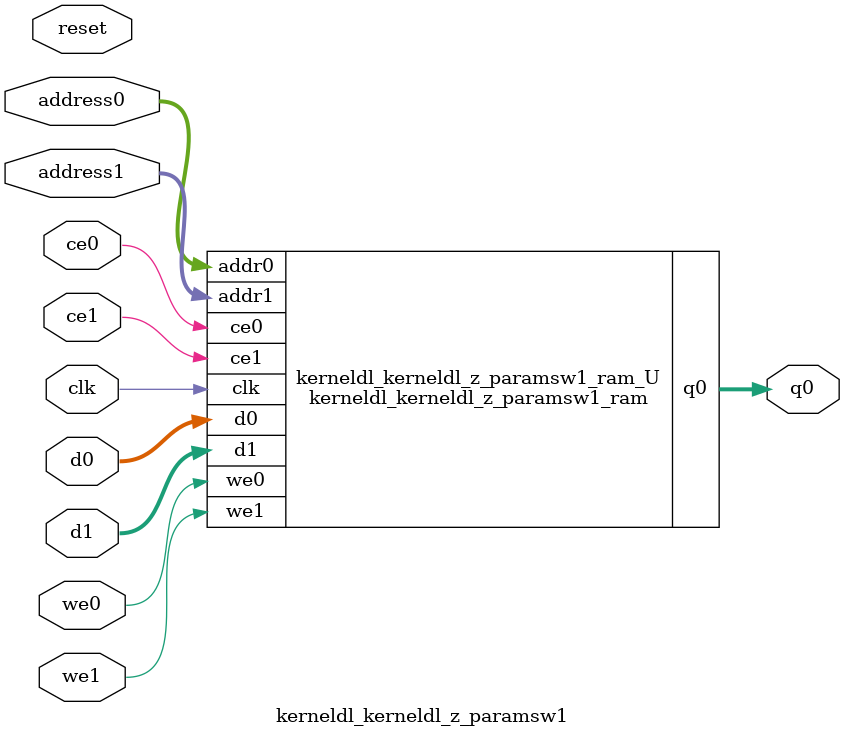
<source format=v>
`timescale 1 ns / 1 ps
module kerneldl_kerneldl_z_paramsw1_ram (addr0, ce0, d0, we0, q0, addr1, ce1, d1, we1,  clk);

parameter DWIDTH = 32;
parameter AWIDTH = 16;
parameter MEM_SIZE = 33280;

input[AWIDTH-1:0] addr0;
input ce0;
input[DWIDTH-1:0] d0;
input we0;
output reg[DWIDTH-1:0] q0;
input[AWIDTH-1:0] addr1;
input ce1;
input[DWIDTH-1:0] d1;
input we1;
input clk;

(* ram_style = "block" *)reg [DWIDTH-1:0] ram[0:MEM_SIZE-1];




always @(posedge clk)  
begin 
    if (ce0) 
    begin
        if (we0) 
        begin 
            ram[addr0] <= d0; 
        end 
        q0 <= ram[addr0];
    end
end


always @(posedge clk)  
begin 
    if (ce1) 
    begin
        if (we1) 
        begin 
            ram[addr1] <= d1; 
        end 
    end
end


endmodule

`timescale 1 ns / 1 ps
module kerneldl_kerneldl_z_paramsw1(
    reset,
    clk,
    address0,
    ce0,
    we0,
    d0,
    q0,
    address1,
    ce1,
    we1,
    d1);

parameter DataWidth = 32'd32;
parameter AddressRange = 32'd33280;
parameter AddressWidth = 32'd16;
input reset;
input clk;
input[AddressWidth - 1:0] address0;
input ce0;
input we0;
input[DataWidth - 1:0] d0;
output[DataWidth - 1:0] q0;
input[AddressWidth - 1:0] address1;
input ce1;
input we1;
input[DataWidth - 1:0] d1;



kerneldl_kerneldl_z_paramsw1_ram kerneldl_kerneldl_z_paramsw1_ram_U(
    .clk( clk ),
    .addr0( address0 ),
    .ce0( ce0 ),
    .we0( we0 ),
    .d0( d0 ),
    .q0( q0 ),
    .addr1( address1 ),
    .ce1( ce1 ),
    .we1( we1 ),
    .d1( d1 ));

endmodule


</source>
